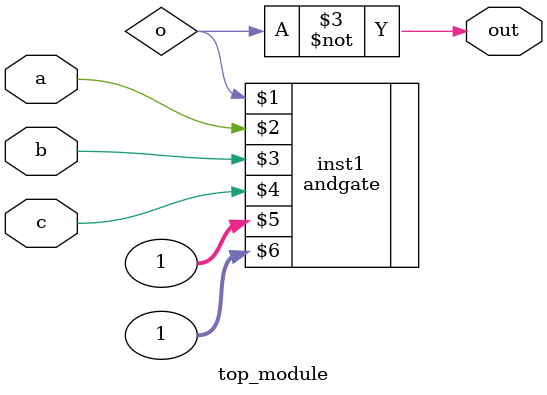
<source format=v>
module top_module (input a, input b, input c, output out);//
    wire o;
    andgate inst1 ( o,a, b, c ,1,1);
    assign out=~o;

endmodule

</source>
